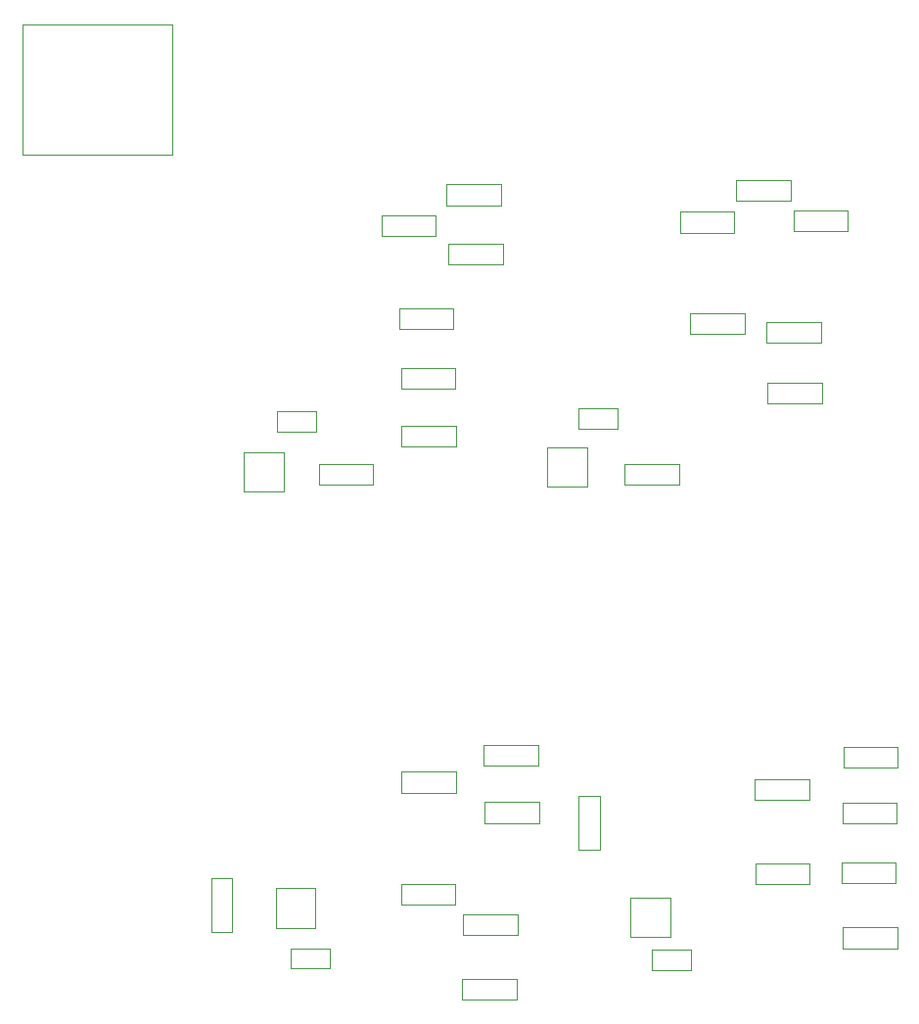
<source format=gbr>
G04 #@! TF.FileFunction,Other,User*
%FSLAX46Y46*%
G04 Gerber Fmt 4.6, Leading zero omitted, Abs format (unit mm)*
G04 Created by KiCad (PCBNEW 4.0.7-e2-6376~58~ubuntu16.04.1) date Wed Jul 18 14:04:07 2018*
%MOMM*%
%LPD*%
G01*
G04 APERTURE LIST*
%ADD10C,0.100000*%
%ADD11C,0.050000*%
G04 APERTURE END LIST*
D10*
D11*
X184610200Y-51319500D02*
X184610200Y-40129500D01*
X184610200Y-51319500D02*
X171670200Y-51319500D01*
X171670200Y-40129500D02*
X184610200Y-40129500D01*
X171670200Y-40129500D02*
X171670200Y-51319500D01*
X197053780Y-114788640D02*
X193653780Y-114788640D01*
X193653780Y-114788640D02*
X193653780Y-118288640D01*
X193653780Y-118288640D02*
X197053780Y-118288640D01*
X197053780Y-118288640D02*
X197053780Y-114788640D01*
X224250000Y-115600000D02*
X224250000Y-119000000D01*
X224250000Y-119000000D02*
X227750000Y-119000000D01*
X227750000Y-119000000D02*
X227750000Y-115600000D01*
X227750000Y-115600000D02*
X224250000Y-115600000D01*
X194307240Y-80473920D02*
X194307240Y-77073920D01*
X194307240Y-77073920D02*
X190807240Y-77073920D01*
X190807240Y-77073920D02*
X190807240Y-80473920D01*
X190807240Y-80473920D02*
X194307240Y-80473920D01*
X220537820Y-80090380D02*
X220537820Y-76690380D01*
X220537820Y-76690380D02*
X217037820Y-76690380D01*
X217037820Y-76690380D02*
X217037820Y-80090380D01*
X217037820Y-80090380D02*
X220537820Y-80090380D01*
X198293300Y-121749340D02*
X198293300Y-119989340D01*
X194893300Y-121749340D02*
X198293300Y-121749340D01*
X194893300Y-119989340D02*
X194893300Y-121749340D01*
X198293300Y-119989340D02*
X194893300Y-119989340D01*
X197122360Y-75333380D02*
X197122360Y-73573380D01*
X193722360Y-75333380D02*
X197122360Y-75333380D01*
X193722360Y-73573380D02*
X193722360Y-75333380D01*
X197122360Y-73573380D02*
X193722360Y-73573380D01*
X229497200Y-121889040D02*
X229497200Y-120129040D01*
X226097200Y-121889040D02*
X229497200Y-121889040D01*
X226097200Y-120129040D02*
X226097200Y-121889040D01*
X229497200Y-120129040D02*
X226097200Y-120129040D01*
X223172600Y-75069220D02*
X223172600Y-73309220D01*
X219772600Y-75069220D02*
X223172600Y-75069220D01*
X219772600Y-73309220D02*
X219772600Y-75069220D01*
X223172600Y-73309220D02*
X219772600Y-73309220D01*
X209150000Y-114400000D02*
X204450000Y-114400000D01*
X209150000Y-114400000D02*
X209150000Y-116200000D01*
X204450000Y-116200000D02*
X204450000Y-114400000D01*
X204450000Y-116200000D02*
X209150000Y-116200000D01*
X208968680Y-64635440D02*
X204268680Y-64635440D01*
X208968680Y-64635440D02*
X208968680Y-66435440D01*
X204268680Y-66435440D02*
X204268680Y-64635440D01*
X204268680Y-66435440D02*
X208968680Y-66435440D01*
X239801740Y-112638900D02*
X235101740Y-112638900D01*
X239801740Y-112638900D02*
X239801740Y-114438900D01*
X235101740Y-114438900D02*
X235101740Y-112638900D01*
X235101740Y-114438900D02*
X239801740Y-114438900D01*
X234170560Y-65082480D02*
X229470560Y-65082480D01*
X234170560Y-65082480D02*
X234170560Y-66882480D01*
X229470560Y-66882480D02*
X229470560Y-65082480D01*
X229470560Y-66882480D02*
X234170560Y-66882480D01*
X209179500Y-104724260D02*
X204479500Y-104724260D01*
X209179500Y-104724260D02*
X209179500Y-106524260D01*
X204479500Y-106524260D02*
X204479500Y-104724260D01*
X204479500Y-106524260D02*
X209179500Y-106524260D01*
X207465000Y-56619200D02*
X202765000Y-56619200D01*
X207465000Y-56619200D02*
X207465000Y-58419200D01*
X202765000Y-58419200D02*
X202765000Y-56619200D01*
X202765000Y-58419200D02*
X207465000Y-58419200D01*
X239761100Y-105369420D02*
X235061100Y-105369420D01*
X239761100Y-105369420D02*
X239761100Y-107169420D01*
X235061100Y-107169420D02*
X235061100Y-105369420D01*
X235061100Y-107169420D02*
X239761100Y-107169420D01*
X233276480Y-56309320D02*
X228576480Y-56309320D01*
X233276480Y-56309320D02*
X233276480Y-58109320D01*
X228576480Y-58109320D02*
X228576480Y-56309320D01*
X228576480Y-58109320D02*
X233276480Y-58109320D01*
X209136320Y-69776400D02*
X204436320Y-69776400D01*
X209136320Y-69776400D02*
X209136320Y-71576400D01*
X204436320Y-71576400D02*
X204436320Y-69776400D01*
X204436320Y-71576400D02*
X209136320Y-71576400D01*
X242543940Y-114344920D02*
X247243940Y-114344920D01*
X242543940Y-114344920D02*
X242543940Y-112544920D01*
X247243940Y-112544920D02*
X247243940Y-114344920D01*
X247243940Y-112544920D02*
X242543940Y-112544920D01*
X209800800Y-118822940D02*
X214500800Y-118822940D01*
X209800800Y-118822940D02*
X209800800Y-117022940D01*
X214500800Y-117022940D02*
X214500800Y-118822940D01*
X214500800Y-117022940D02*
X209800800Y-117022940D01*
X236064400Y-67639400D02*
X240764400Y-67639400D01*
X236064400Y-67639400D02*
X236064400Y-65839400D01*
X240764400Y-65839400D02*
X240764400Y-67639400D01*
X240764400Y-65839400D02*
X236064400Y-65839400D01*
X209192200Y-74805600D02*
X204492200Y-74805600D01*
X209192200Y-74805600D02*
X209192200Y-76605600D01*
X204492200Y-76605600D02*
X204492200Y-74805600D01*
X204492200Y-76605600D02*
X209192200Y-76605600D01*
X242653160Y-119986260D02*
X247353160Y-119986260D01*
X242653160Y-119986260D02*
X242653160Y-118186260D01*
X247353160Y-118186260D02*
X247353160Y-119986260D01*
X247353160Y-118186260D02*
X242653160Y-118186260D01*
X209716980Y-124410940D02*
X214416980Y-124410940D01*
X209716980Y-124410940D02*
X209716980Y-122610940D01*
X214416980Y-122610940D02*
X214416980Y-124410940D01*
X214416980Y-122610940D02*
X209716980Y-122610940D01*
X236140600Y-72897200D02*
X240840600Y-72897200D01*
X236140600Y-72897200D02*
X236140600Y-71097200D01*
X240840600Y-71097200D02*
X240840600Y-72897200D01*
X240840600Y-71097200D02*
X236140600Y-71097200D01*
X208550000Y-60850000D02*
X213250000Y-60850000D01*
X208550000Y-60850000D02*
X208550000Y-59050000D01*
X213250000Y-59050000D02*
X213250000Y-60850000D01*
X213250000Y-59050000D02*
X208550000Y-59050000D01*
X242691260Y-104403360D02*
X247391260Y-104403360D01*
X242691260Y-104403360D02*
X242691260Y-102603360D01*
X247391260Y-102603360D02*
X247391260Y-104403360D01*
X247391260Y-102603360D02*
X242691260Y-102603360D01*
X238400000Y-58000000D02*
X243100000Y-58000000D01*
X238400000Y-58000000D02*
X238400000Y-56200000D01*
X243100000Y-56200000D02*
X243100000Y-58000000D01*
X243100000Y-56200000D02*
X238400000Y-56200000D01*
X208400000Y-55725000D02*
X213100000Y-55725000D01*
X208400000Y-55725000D02*
X208400000Y-53925000D01*
X213100000Y-53925000D02*
X213100000Y-55725000D01*
X213100000Y-53925000D02*
X208400000Y-53925000D01*
X242615060Y-109203960D02*
X247315060Y-109203960D01*
X242615060Y-109203960D02*
X242615060Y-107403960D01*
X247315060Y-107403960D02*
X247315060Y-109203960D01*
X247315060Y-107403960D02*
X242615060Y-107403960D01*
X211675000Y-109150000D02*
X216375000Y-109150000D01*
X211675000Y-109150000D02*
X211675000Y-107350000D01*
X216375000Y-107350000D02*
X216375000Y-109150000D01*
X216375000Y-107350000D02*
X211675000Y-107350000D01*
X238125000Y-53575000D02*
X233425000Y-53575000D01*
X238125000Y-53575000D02*
X238125000Y-55375000D01*
X233425000Y-55375000D02*
X233425000Y-53575000D01*
X233425000Y-55375000D02*
X238125000Y-55375000D01*
X188004720Y-113924480D02*
X188004720Y-118624480D01*
X188004720Y-113924480D02*
X189804720Y-113924480D01*
X189804720Y-118624480D02*
X188004720Y-118624480D01*
X189804720Y-118624480D02*
X189804720Y-113924480D01*
X219828380Y-106799780D02*
X219828380Y-111499780D01*
X219828380Y-106799780D02*
X221628380Y-106799780D01*
X221628380Y-111499780D02*
X219828380Y-111499780D01*
X221628380Y-111499780D02*
X221628380Y-106799780D01*
X202011620Y-78130460D02*
X197311620Y-78130460D01*
X202011620Y-78130460D02*
X202011620Y-79930460D01*
X197311620Y-79930460D02*
X197311620Y-78130460D01*
X197311620Y-79930460D02*
X202011620Y-79930460D01*
X228496200Y-78082200D02*
X223796200Y-78082200D01*
X228496200Y-78082200D02*
X228496200Y-79882200D01*
X223796200Y-79882200D02*
X223796200Y-78082200D01*
X223796200Y-79882200D02*
X228496200Y-79882200D01*
X211604200Y-104225560D02*
X216304200Y-104225560D01*
X211604200Y-104225560D02*
X211604200Y-102425560D01*
X216304200Y-102425560D02*
X216304200Y-104225560D01*
X216304200Y-102425560D02*
X211604200Y-102425560D01*
M02*

</source>
